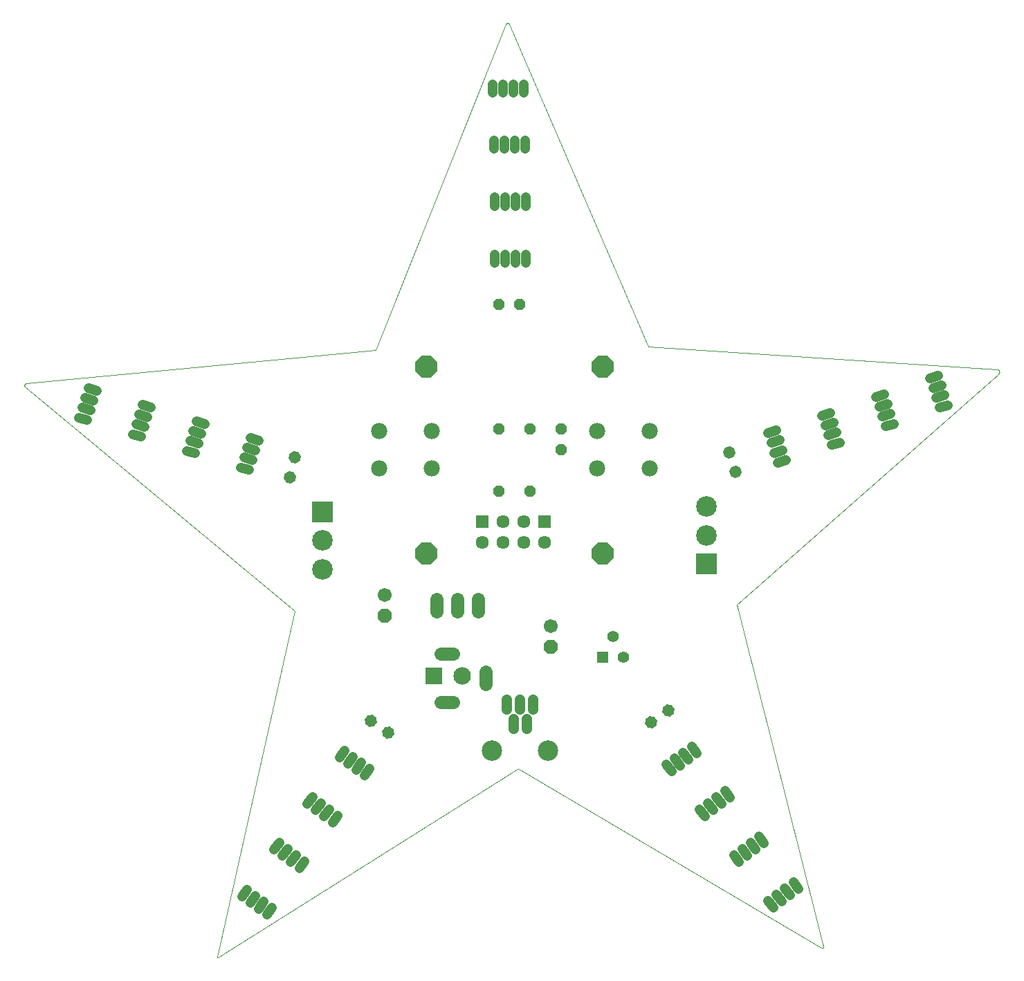
<source format=gts>
G04 EAGLE Gerber RS-274X export*
G75*
%MOMM*%
%FSLAX34Y34*%
%LPD*%
%INSoldermask Top*%
%IPPOS*%
%AMOC8*
5,1,8,0,0,1.08239X$1,22.5*%
G01*
%ADD10C,0.001000*%
%ADD11P,1.539592X8X292.500000*%
%ADD12P,1.539592X8X112.500000*%
%ADD13C,1.981200*%
%ADD14R,1.609600X1.609600*%
%ADD15C,1.609600*%
%ADD16C,1.159600*%
%ADD17R,1.409600X1.409600*%
%ADD18C,1.409600*%
%ADD19C,1.609600*%
%ADD20P,2.859241X8X202.500000*%
%ADD21R,2.514600X2.514600*%
%ADD22C,2.514600*%
%ADD23C,1.625600*%
%ADD24R,2.133600X2.133600*%
%ADD25C,2.133600*%
%ADD26P,1.842011X8X292.500000*%
%ADD27C,1.701800*%
%ADD28C,1.309600*%
%ADD29C,2.501600*%
%ADD30P,1.539592X8X278.500000*%
%ADD31P,1.539592X8X202.500000*%
%ADD32P,1.539592X8X130.500000*%
%ADD33P,1.539592X8X58.500000*%
%ADD34P,1.539592X8X346.500000*%


D10*
X767380Y748707D02*
X596777Y1142947D01*
X596737Y1143033D01*
X596694Y1143119D01*
X596647Y1143202D01*
X596597Y1143283D01*
X596543Y1143362D01*
X596487Y1143439D01*
X596427Y1143513D01*
X596364Y1143585D01*
X596298Y1143655D01*
X596230Y1143721D01*
X596159Y1143785D01*
X596085Y1143845D01*
X596009Y1143903D01*
X595930Y1143957D01*
X595849Y1144008D01*
X595767Y1144056D01*
X595682Y1144100D01*
X595596Y1144141D01*
X595508Y1144178D01*
X595418Y1144211D01*
X595327Y1144241D01*
X595235Y1144267D01*
X595143Y1144289D01*
X595049Y1144307D01*
X594954Y1144321D01*
X594860Y1144332D01*
X594764Y1144338D01*
X594669Y1144341D01*
X594573Y1144340D01*
X594478Y1144334D01*
X594383Y1144325D01*
X594288Y1144312D01*
X594194Y1144295D01*
X594101Y1144274D01*
X594009Y1144249D01*
X593918Y1144221D01*
X593828Y1144188D01*
X593740Y1144153D01*
X593653Y1144113D01*
X593567Y1144070D01*
X593484Y1144023D01*
X593403Y1143973D01*
X593323Y1143920D01*
X593247Y1143863D01*
X593172Y1143804D01*
X593100Y1143741D01*
X593031Y1143676D01*
X592964Y1143607D01*
X592900Y1143536D01*
X592839Y1143462D01*
X592782Y1143386D01*
X592727Y1143308D01*
X592676Y1143227D01*
X592628Y1143145D01*
X592584Y1143060D01*
X592543Y1142974D01*
X592506Y1142886D01*
X433200Y743945D01*
X5663Y703530D01*
X5568Y703520D01*
X5473Y703505D01*
X5379Y703486D01*
X5286Y703464D01*
X5193Y703437D01*
X5102Y703407D01*
X5012Y703374D01*
X4924Y703336D01*
X4837Y703296D01*
X4752Y703251D01*
X4668Y703204D01*
X4587Y703153D01*
X4508Y703098D01*
X4431Y703041D01*
X4357Y702980D01*
X4285Y702917D01*
X4215Y702850D01*
X4149Y702781D01*
X4085Y702709D01*
X4024Y702635D01*
X3967Y702558D01*
X3912Y702479D01*
X3861Y702398D01*
X3813Y702315D01*
X3768Y702230D01*
X3727Y702143D01*
X3690Y702055D01*
X3656Y701965D01*
X3626Y701874D01*
X3599Y701782D01*
X3576Y701688D01*
X3557Y701594D01*
X3542Y701500D01*
X3531Y701404D01*
X3524Y701309D01*
X3520Y701213D01*
X3521Y701117D01*
X3525Y701021D01*
X3533Y700925D01*
X3545Y700830D01*
X3561Y700735D01*
X3581Y700641D01*
X3605Y700548D01*
X3632Y700456D01*
X3663Y700365D01*
X3698Y700276D01*
X3736Y700188D01*
X3778Y700101D01*
X3823Y700017D01*
X3872Y699934D01*
X3924Y699853D01*
X3979Y699775D01*
X4037Y699699D01*
X4099Y699625D01*
X4163Y699554D01*
X4230Y699485D01*
X4300Y699419D01*
X4373Y699356D01*
X4372Y699356D02*
X334466Y424653D01*
X239866Y1453D01*
X239857Y1405D01*
X239852Y1357D01*
X239851Y1308D01*
X239854Y1260D01*
X239860Y1212D01*
X239870Y1165D01*
X239884Y1118D01*
X239902Y1073D01*
X239923Y1029D01*
X239947Y987D01*
X239974Y947D01*
X240005Y910D01*
X240038Y875D01*
X240074Y842D01*
X240113Y813D01*
X240154Y787D01*
X240196Y763D01*
X240240Y744D01*
X240286Y728D01*
X240333Y715D01*
X240381Y706D01*
X240429Y701D01*
X240477Y700D01*
X240526Y703D01*
X240574Y709D01*
X240621Y719D01*
X240668Y733D01*
X240713Y750D01*
X240757Y771D01*
X240799Y795D01*
X607616Y232081D01*
X978645Y12656D01*
X978716Y12616D01*
X978789Y12580D01*
X978864Y12547D01*
X978940Y12518D01*
X979017Y12493D01*
X979095Y12471D01*
X979175Y12453D01*
X979255Y12439D01*
X979336Y12429D01*
X979417Y12422D01*
X979498Y12420D01*
X979580Y12422D01*
X979661Y12427D01*
X979742Y12436D01*
X979822Y12449D01*
X979902Y12466D01*
X979980Y12487D01*
X980058Y12512D01*
X980134Y12540D01*
X980209Y12572D01*
X980282Y12607D01*
X980354Y12646D01*
X980423Y12688D01*
X980491Y12734D01*
X980556Y12783D01*
X980619Y12835D01*
X980679Y12889D01*
X980736Y12947D01*
X980791Y13007D01*
X980843Y13070D01*
X980891Y13136D01*
X980937Y13203D01*
X980979Y13273D01*
X981018Y13344D01*
X981053Y13418D01*
X981085Y13493D01*
X981113Y13569D01*
X981137Y13647D01*
X981158Y13726D01*
X981174Y13805D01*
X981187Y13886D01*
X981196Y13966D01*
X981202Y14048D01*
X981203Y14129D01*
X981200Y14210D01*
X981194Y14292D01*
X981183Y14372D01*
X981169Y14452D01*
X981151Y14532D01*
X981150Y14532D02*
X875170Y432359D01*
X1195568Y714823D01*
X1195652Y714899D01*
X1195734Y714979D01*
X1195812Y715061D01*
X1195888Y715145D01*
X1195960Y715233D01*
X1196030Y715322D01*
X1196097Y715414D01*
X1196160Y715508D01*
X1196220Y715605D01*
X1196277Y715703D01*
X1196330Y715803D01*
X1196380Y715905D01*
X1196427Y716009D01*
X1196470Y716114D01*
X1196509Y716220D01*
X1196545Y716328D01*
X1196577Y716437D01*
X1196605Y716547D01*
X1196629Y716658D01*
X1196650Y716769D01*
X1196667Y716882D01*
X1196680Y716995D01*
X1196689Y717108D01*
X1196695Y717221D01*
X1196696Y717335D01*
X1196694Y717448D01*
X1196687Y717562D01*
X1196677Y717675D01*
X1196663Y717787D01*
X1196645Y717899D01*
X1196624Y718011D01*
X1196598Y718121D01*
X1196569Y718231D01*
X1196536Y718340D01*
X1196499Y718447D01*
X1196459Y718553D01*
X1196415Y718658D01*
X1196368Y718761D01*
X1196317Y718863D01*
X1196263Y718962D01*
X1196205Y719060D01*
X1196144Y719156D01*
X1196080Y719250D01*
X1196012Y719341D01*
X1195942Y719430D01*
X1195868Y719517D01*
X1195792Y719601D01*
X1195713Y719682D01*
X1195631Y719761D01*
X1195546Y719836D01*
X1195459Y719909D01*
X1195370Y719979D01*
X1195278Y720046D01*
X1195184Y720109D01*
X1195088Y720170D01*
X1194990Y720227D01*
X1194890Y720280D01*
X1194788Y720331D01*
X1194684Y720377D01*
X1194579Y720420D01*
X1194473Y720460D01*
X1194365Y720496D01*
X1194256Y720528D01*
X1194146Y720557D01*
X1194035Y720581D01*
X1193924Y720602D01*
X1193812Y720619D01*
X1193699Y720632D01*
X1193586Y720642D01*
X1193585Y720642D02*
X767380Y748707D01*
D11*
X660400Y647700D03*
X660400Y622300D03*
D12*
X622300Y571500D03*
X622300Y647700D03*
X584200Y571500D03*
X584200Y647700D03*
D13*
X502412Y599694D03*
X437388Y599694D03*
X502412Y644906D03*
X437388Y644906D03*
X704088Y644906D03*
X769112Y644906D03*
X704088Y599694D03*
X769112Y599694D03*
D14*
X563500Y534670D03*
D15*
X588900Y534670D03*
X614300Y534670D03*
X614300Y509270D03*
X588900Y509270D03*
X563500Y509270D03*
X639700Y509270D03*
D14*
X639700Y534670D03*
D16*
X576580Y1058970D02*
X576580Y1069550D01*
X589280Y1069550D02*
X589280Y1058970D01*
X601980Y1058970D02*
X601980Y1069550D01*
X614680Y1069550D02*
X614680Y1058970D01*
X577850Y1000970D02*
X577850Y990390D01*
X590550Y990390D02*
X590550Y1000970D01*
X603250Y1000970D02*
X603250Y990390D01*
X615950Y990390D02*
X615950Y1000970D01*
X579120Y931120D02*
X579120Y920540D01*
X591820Y920540D02*
X591820Y931120D01*
X604520Y931120D02*
X604520Y920540D01*
X617220Y920540D02*
X617220Y931120D01*
X579120Y861270D02*
X579120Y850690D01*
X591820Y850690D02*
X591820Y861270D01*
X604520Y861270D02*
X604520Y850690D01*
X617220Y850690D02*
X617220Y861270D01*
X1111762Y709903D02*
X1121824Y713172D01*
X1125749Y701094D02*
X1115687Y697825D01*
X1119611Y685746D02*
X1129673Y689015D01*
X1133598Y676937D02*
X1123536Y673668D01*
X1055784Y690312D02*
X1045722Y687043D01*
X1049647Y674965D02*
X1059709Y678234D01*
X1063633Y666155D02*
X1053571Y662886D01*
X1057496Y650808D02*
X1067558Y654077D01*
X989744Y667452D02*
X979682Y664183D01*
X983607Y652105D02*
X993669Y655374D01*
X997593Y643295D02*
X987531Y640026D01*
X991456Y627948D02*
X1001518Y631217D01*
X923704Y645862D02*
X913642Y642593D01*
X917567Y630515D02*
X927629Y633784D01*
X931553Y621705D02*
X921491Y618436D01*
X925416Y606358D02*
X935478Y609627D01*
X944482Y92947D02*
X950701Y84388D01*
X940427Y76923D02*
X934208Y85482D01*
X923933Y78017D02*
X930152Y69458D01*
X919878Y61993D02*
X913659Y70552D01*
X908791Y140268D02*
X902572Y148827D01*
X892298Y141362D02*
X898517Y132803D01*
X888242Y125338D02*
X882023Y133897D01*
X871749Y126432D02*
X877968Y117873D01*
X866881Y196148D02*
X860662Y204707D01*
X850388Y197242D02*
X856607Y188683D01*
X846332Y181218D02*
X840113Y189777D01*
X829839Y182312D02*
X836058Y173753D01*
X826241Y250758D02*
X820022Y259317D01*
X809748Y251852D02*
X815967Y243293D01*
X805692Y235828D02*
X799473Y244387D01*
X789199Y236922D02*
X795418Y228363D01*
X306811Y61662D02*
X300592Y53103D01*
X290318Y60568D02*
X296537Y69127D01*
X286262Y76592D02*
X280043Y68033D01*
X269769Y75498D02*
X275988Y84057D01*
X339962Y110253D02*
X346181Y118812D01*
X335907Y126277D02*
X329688Y117718D01*
X319413Y125183D02*
X325632Y133742D01*
X315358Y141207D02*
X309139Y132648D01*
X380602Y166133D02*
X386821Y174692D01*
X376547Y182157D02*
X370328Y173598D01*
X360053Y181063D02*
X366272Y189622D01*
X355998Y197087D02*
X349779Y188528D01*
D17*
X711200Y368300D03*
D18*
X723900Y393700D03*
X736600Y368300D03*
D19*
X528240Y312900D02*
X513160Y312900D01*
X513160Y372900D02*
X528240Y372900D01*
X567700Y350440D02*
X567700Y335360D01*
D20*
X495300Y723900D03*
X495300Y495300D03*
X711200Y723900D03*
X711200Y495300D03*
D21*
X838200Y482600D03*
D22*
X838200Y517600D03*
X838200Y552600D03*
D21*
X368300Y546100D03*
D22*
X368300Y511100D03*
X368300Y476100D03*
D23*
X508000Y439420D02*
X508000Y424180D01*
X533400Y424180D02*
X533400Y439420D01*
X558800Y439420D02*
X558800Y424180D01*
D24*
X504190Y345440D03*
D25*
X539190Y345440D03*
D26*
X647700Y381000D03*
D27*
X647700Y406400D03*
D26*
X444500Y419100D03*
D27*
X444500Y444500D03*
D28*
X609600Y316880D02*
X609600Y304800D01*
X593600Y304800D02*
X593600Y316880D01*
X625600Y316880D02*
X625600Y304800D01*
D29*
X575600Y254300D03*
D28*
X601600Y280720D02*
X601600Y292800D01*
X617600Y292800D02*
X617600Y280720D01*
D29*
X644600Y254300D03*
D16*
X426191Y231842D02*
X419972Y223283D01*
X409698Y230748D02*
X415917Y239307D01*
X405642Y246772D02*
X399423Y238213D01*
X389149Y245678D02*
X395368Y254237D01*
X80424Y658428D02*
X70362Y661697D01*
X74287Y673775D02*
X84349Y670506D01*
X88273Y682585D02*
X78211Y685854D01*
X82136Y697932D02*
X92198Y694663D01*
X136402Y641377D02*
X146464Y638108D01*
X150389Y650186D02*
X140327Y653455D01*
X144251Y665534D02*
X154313Y662265D01*
X158238Y674343D02*
X148176Y677612D01*
X202442Y621057D02*
X212504Y617788D01*
X216429Y629866D02*
X206367Y633135D01*
X210291Y645214D02*
X220353Y641945D01*
X224278Y654023D02*
X214216Y657292D01*
X268482Y600737D02*
X278544Y597468D01*
X282469Y609546D02*
X272407Y612815D01*
X276331Y624894D02*
X286393Y621625D01*
X290318Y633703D02*
X280256Y636972D01*
D30*
X334542Y613033D03*
X328398Y588387D03*
D31*
X609600Y800100D03*
X584200Y800100D03*
D32*
X873875Y594982D03*
X866025Y619138D03*
D33*
X770775Y288445D03*
X791325Y303375D03*
D34*
X427875Y290675D03*
X448425Y275745D03*
M02*

</source>
